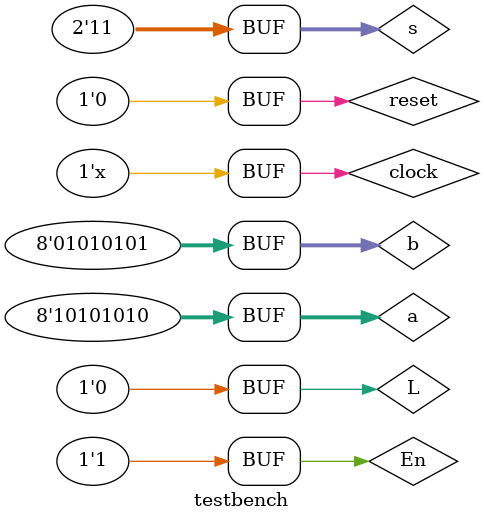
<source format=v>


module testbench;


 reg [7:0] a ; 
 reg [7:0] b ; 
 reg L ; 
 reg En ; 
 reg reset ;
 reg clock ; 

 reg [1:0] s ;

 wire [7:0] f ; 
 wire cout ; 


 ALU circuit1(.a(a), .b(b), .L(L), .En(En), .reset(reset), .clock(clock), .s(s), .f(f), .cout(cout));


 initial begin
 a = 20 ;
 b = 30 ;
 L = 0 ; 
 En = 1 ; 
 reset = 0 ;
 clock = 0 ; 
 s = 2'b00; 

 
 #70
 reset = 1 ; 
 s = 2'b01 ;
 
 #70 
  a = 25;
 #70
  a = 30 ; 
 #70 
  a = 35 ; 
 #70 
  a=40 ;
 #480 
  reset = 0 ; 
 #10
 reset = 1 ;
 s = 2'b10 ; 
 #655
 reset =0 ; 
#70 
 s= 2'b11 ;
 a=  8'b10101010;
 b = 8'b01010101;
 end
 always 
 #35 clock = ~clock ; 
endmodule


</source>
